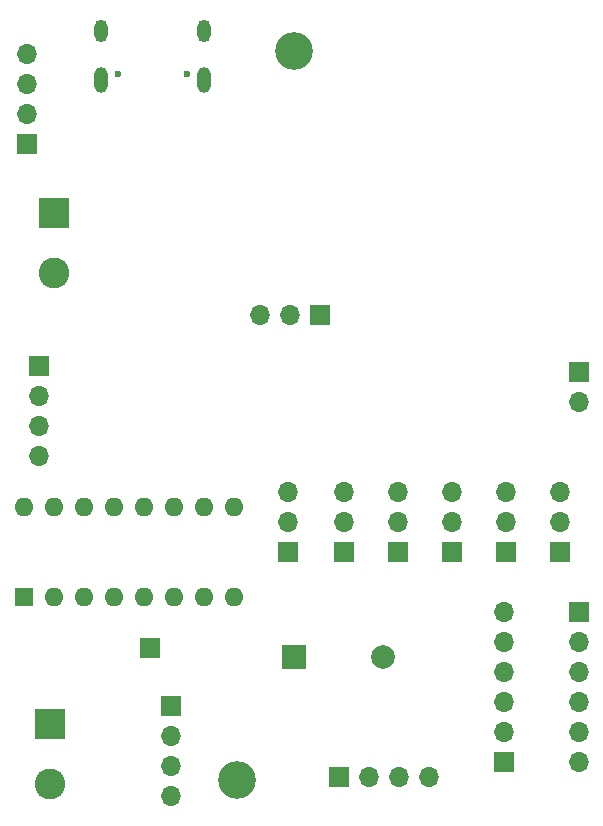
<source format=gbr>
%TF.GenerationSoftware,KiCad,Pcbnew,8.0.0*%
%TF.CreationDate,2024-04-15T20:03:37+02:00*%
%TF.ProjectId,MuntsorteerderESP,4d756e74-736f-4727-9465-657264657245,rev?*%
%TF.SameCoordinates,Original*%
%TF.FileFunction,Soldermask,Bot*%
%TF.FilePolarity,Negative*%
%FSLAX46Y46*%
G04 Gerber Fmt 4.6, Leading zero omitted, Abs format (unit mm)*
G04 Created by KiCad (PCBNEW 8.0.0) date 2024-04-15 20:03:37*
%MOMM*%
%LPD*%
G01*
G04 APERTURE LIST*
%ADD10C,3.200000*%
%ADD11R,2.600000X2.600000*%
%ADD12C,2.600000*%
%ADD13R,1.700000X1.700000*%
%ADD14O,1.700000X1.700000*%
%ADD15R,2.000000X2.000000*%
%ADD16C,2.000000*%
%ADD17C,0.600000*%
%ADD18O,1.104000X2.204000*%
%ADD19O,1.104000X1.904000*%
%ADD20R,1.600000X1.600000*%
%ADD21O,1.600000X1.600000*%
G04 APERTURE END LIST*
D10*
%TO.C,H2*%
X142494000Y-91694000D03*
%TD*%
D11*
%TO.C,J8*%
X127000000Y-43683000D03*
D12*
X127000000Y-48763000D03*
%TD*%
D13*
%TO.C,J6*%
X125730000Y-56642000D03*
D14*
X125730000Y-59182000D03*
X125730000Y-61722000D03*
X125730000Y-64262000D03*
%TD*%
D10*
%TO.C,H1*%
X147320000Y-29972000D03*
%TD*%
D13*
%TO.C,J5*%
X136906000Y-85481000D03*
D14*
X136906000Y-88021000D03*
X136906000Y-90561000D03*
X136906000Y-93101000D03*
%TD*%
D15*
%TO.C,BZ1*%
X147320000Y-81280000D03*
D16*
X154920000Y-81280000D03*
%TD*%
D13*
%TO.C,J9*%
X171450000Y-57150000D03*
D14*
X171450000Y-59690000D03*
%TD*%
D17*
%TO.C,J1*%
X138265000Y-31950000D03*
X132485000Y-31950000D03*
D18*
X139700000Y-32440000D03*
X131050000Y-32440000D03*
D19*
X139700000Y-28270000D03*
X131050000Y-28270000D03*
%TD*%
D13*
%TO.C,M2*%
X165274000Y-72390000D03*
D14*
X165274000Y-69850000D03*
X165274000Y-67310000D03*
%TD*%
D13*
%TO.C,M4*%
X156130000Y-72390000D03*
D14*
X156130000Y-69850000D03*
X156130000Y-67310000D03*
%TD*%
D13*
%TO.C,M3*%
X160702000Y-72390000D03*
D14*
X160702000Y-69850000D03*
X160702000Y-67310000D03*
%TD*%
D13*
%TO.C,J3*%
X165100000Y-90170000D03*
D14*
X165100000Y-87630000D03*
X165100000Y-85090000D03*
X165100000Y-82550000D03*
X165100000Y-80010000D03*
X165100000Y-77470000D03*
%TD*%
D13*
%TO.C,M5*%
X151558000Y-72390000D03*
D14*
X151558000Y-69850000D03*
X151558000Y-67310000D03*
%TD*%
D13*
%TO.C,J10*%
X135128000Y-80518000D03*
%TD*%
%TO.C,J2*%
X124714000Y-37846000D03*
D14*
X124714000Y-35306000D03*
X124714000Y-32766000D03*
X124714000Y-30226000D03*
%TD*%
D13*
%TO.C,J7*%
X151130000Y-91440000D03*
D14*
X153670000Y-91440000D03*
X156210000Y-91440000D03*
X158750000Y-91440000D03*
%TD*%
D20*
%TO.C,U6*%
X124475000Y-76190000D03*
D21*
X127015000Y-76190000D03*
X129555000Y-76190000D03*
X132095000Y-76190000D03*
X134635000Y-76190000D03*
X137175000Y-76190000D03*
X139715000Y-76190000D03*
X142255000Y-76190000D03*
X142255000Y-68570000D03*
X139715000Y-68570000D03*
X137175000Y-68570000D03*
X134635000Y-68570000D03*
X132095000Y-68570000D03*
X129555000Y-68570000D03*
X127015000Y-68570000D03*
X124475000Y-68570000D03*
%TD*%
D13*
%TO.C,J4*%
X171450000Y-77470000D03*
D14*
X171450000Y-80010000D03*
X171450000Y-82550000D03*
X171450000Y-85090000D03*
X171450000Y-87630000D03*
X171450000Y-90170000D03*
%TD*%
D13*
%TO.C,M1*%
X169846000Y-72390000D03*
D14*
X169846000Y-69850000D03*
X169846000Y-67310000D03*
%TD*%
D13*
%TO.C,M6*%
X146812000Y-72390000D03*
D14*
X146812000Y-69850000D03*
X146812000Y-67310000D03*
%TD*%
D13*
%TO.C,J11*%
X149591000Y-52324000D03*
D14*
X147051000Y-52324000D03*
X144511000Y-52324000D03*
%TD*%
D11*
%TO.C,M7*%
X126695000Y-86990000D03*
D12*
X126695000Y-92070000D03*
%TD*%
M02*

</source>
